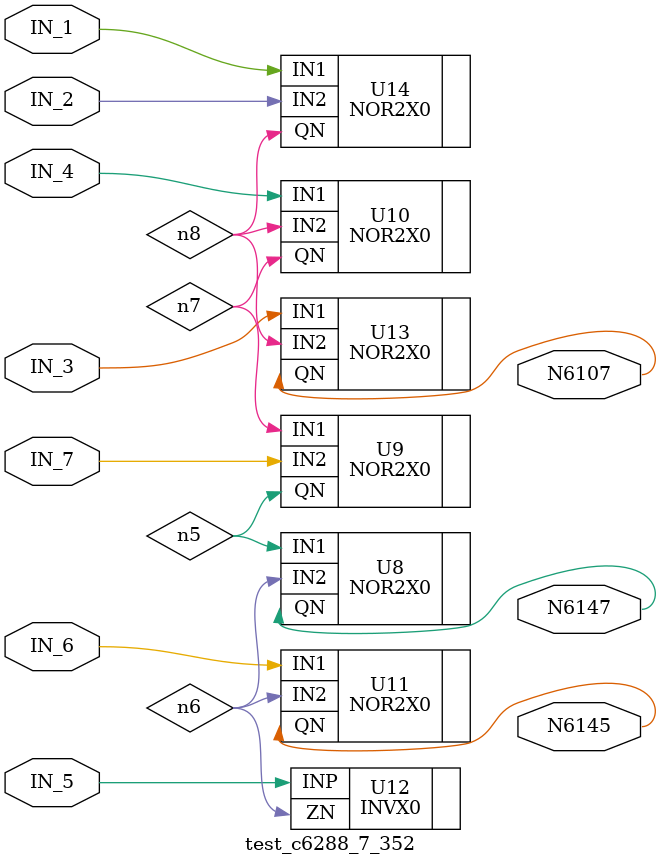
<source format=v>


module test_c6288_7_352 ( IN_1, IN_2, IN_3, IN_4, IN_5, IN_6, IN_7, N6107, 
        N6145, N6147 );
  input IN_1, IN_2, IN_3, IN_4, IN_5, IN_6, IN_7;
  output N6107, N6145, N6147;
  wire   n5, n6, n7, n8;

  NOR2X0 U8 ( .IN1(n5), .IN2(n6), .QN(N6147) );
  NOR2X0 U9 ( .IN1(n7), .IN2(IN_7), .QN(n5) );
  NOR2X0 U10 ( .IN1(IN_4), .IN2(n8), .QN(n7) );
  NOR2X0 U11 ( .IN1(IN_6), .IN2(n6), .QN(N6145) );
  INVX0 U12 ( .INP(IN_5), .ZN(n6) );
  NOR2X0 U13 ( .IN1(IN_3), .IN2(n8), .QN(N6107) );
  NOR2X0 U14 ( .IN1(IN_1), .IN2(IN_2), .QN(n8) );
endmodule


</source>
